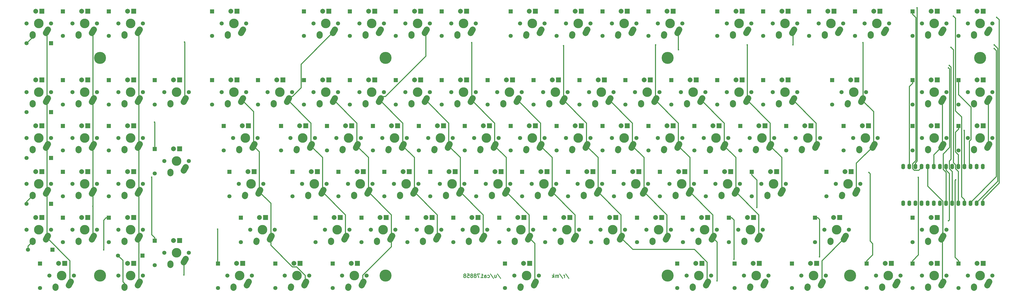
<source format=gbl>
G04 #@! TF.FileFunction,Copper,L2,Bot,Signal*
%FSLAX46Y46*%
G04 Gerber Fmt 4.6, Leading zero omitted, Abs format (unit mm)*
G04 Created by KiCad (PCBNEW 4.0.2-stable) date Tuesday, June 21, 2016 'PMt' 05:11:06 PM*
%MOMM*%
G01*
G04 APERTURE LIST*
%ADD10C,0.150000*%
%ADD11C,0.300000*%
%ADD12C,5.000000*%
%ADD13C,1.699260*%
%ADD14R,1.699260X1.699260*%
%ADD15C,3.987810*%
%ADD16C,1.701810*%
%ADD17C,2.500000*%
%ADD18R,2.000000X2.000000*%
%ADD19C,2.000000*%
%ADD20O,1.600000X2.300000*%
%ADD21C,0.609600*%
%ADD22C,0.381000*%
G04 APERTURE END LIST*
D10*
D11*
X256714286Y-132607143D02*
X258000000Y-134535714D01*
X256214285Y-134178571D02*
X256214285Y-133178571D01*
X256214285Y-133464286D02*
X256142857Y-133321429D01*
X256071428Y-133250000D01*
X255928571Y-133178571D01*
X255785714Y-133178571D01*
X254214286Y-132607143D02*
X255500000Y-134535714D01*
X253714285Y-134178571D02*
X253714285Y-133178571D01*
X253714285Y-133321429D02*
X253642857Y-133250000D01*
X253499999Y-133178571D01*
X253285714Y-133178571D01*
X253142857Y-133250000D01*
X253071428Y-133392857D01*
X253071428Y-134178571D01*
X253071428Y-133392857D02*
X252999999Y-133250000D01*
X252857142Y-133178571D01*
X252642857Y-133178571D01*
X252499999Y-133250000D01*
X252428571Y-133392857D01*
X252428571Y-134178571D01*
X251714285Y-134178571D02*
X251714285Y-132678571D01*
X251571428Y-133607143D02*
X251142857Y-134178571D01*
X251142857Y-133178571D02*
X251714285Y-133750000D01*
X228428571Y-132607143D02*
X229714285Y-134535714D01*
X227285713Y-133178571D02*
X227285713Y-134178571D01*
X227928570Y-133178571D02*
X227928570Y-133964286D01*
X227857142Y-134107143D01*
X227714284Y-134178571D01*
X227499999Y-134178571D01*
X227357142Y-134107143D01*
X227285713Y-134035714D01*
X225499999Y-132607143D02*
X226785713Y-134535714D01*
X224357141Y-134107143D02*
X224499998Y-134178571D01*
X224785712Y-134178571D01*
X224928570Y-134107143D01*
X224999998Y-134035714D01*
X225071427Y-133892857D01*
X225071427Y-133464286D01*
X224999998Y-133321429D01*
X224928570Y-133250000D01*
X224785712Y-133178571D01*
X224499998Y-133178571D01*
X224357141Y-133250000D01*
X223071427Y-134178571D02*
X223071427Y-133392857D01*
X223142856Y-133250000D01*
X223285713Y-133178571D01*
X223571427Y-133178571D01*
X223714284Y-133250000D01*
X223071427Y-134107143D02*
X223214284Y-134178571D01*
X223571427Y-134178571D01*
X223714284Y-134107143D01*
X223785713Y-133964286D01*
X223785713Y-133821429D01*
X223714284Y-133678571D01*
X223571427Y-133607143D01*
X223214284Y-133607143D01*
X223071427Y-133535714D01*
X221571427Y-134178571D02*
X222428570Y-134178571D01*
X221999998Y-134178571D02*
X221999998Y-132678571D01*
X222142855Y-132892857D01*
X222285713Y-133035714D01*
X222428570Y-133107143D01*
X221071427Y-132678571D02*
X220071427Y-132678571D01*
X220714284Y-134178571D01*
X219285713Y-133321429D02*
X219428571Y-133250000D01*
X219499999Y-133178571D01*
X219571428Y-133035714D01*
X219571428Y-132964286D01*
X219499999Y-132821429D01*
X219428571Y-132750000D01*
X219285713Y-132678571D01*
X218999999Y-132678571D01*
X218857142Y-132750000D01*
X218785713Y-132821429D01*
X218714285Y-132964286D01*
X218714285Y-133035714D01*
X218785713Y-133178571D01*
X218857142Y-133250000D01*
X218999999Y-133321429D01*
X219285713Y-133321429D01*
X219428571Y-133392857D01*
X219499999Y-133464286D01*
X219571428Y-133607143D01*
X219571428Y-133892857D01*
X219499999Y-134035714D01*
X219428571Y-134107143D01*
X219285713Y-134178571D01*
X218999999Y-134178571D01*
X218857142Y-134107143D01*
X218785713Y-134035714D01*
X218714285Y-133892857D01*
X218714285Y-133607143D01*
X218785713Y-133464286D01*
X218857142Y-133392857D01*
X218999999Y-133321429D01*
X217857142Y-133321429D02*
X218000000Y-133250000D01*
X218071428Y-133178571D01*
X218142857Y-133035714D01*
X218142857Y-132964286D01*
X218071428Y-132821429D01*
X218000000Y-132750000D01*
X217857142Y-132678571D01*
X217571428Y-132678571D01*
X217428571Y-132750000D01*
X217357142Y-132821429D01*
X217285714Y-132964286D01*
X217285714Y-133035714D01*
X217357142Y-133178571D01*
X217428571Y-133250000D01*
X217571428Y-133321429D01*
X217857142Y-133321429D01*
X218000000Y-133392857D01*
X218071428Y-133464286D01*
X218142857Y-133607143D01*
X218142857Y-133892857D01*
X218071428Y-134035714D01*
X218000000Y-134107143D01*
X217857142Y-134178571D01*
X217571428Y-134178571D01*
X217428571Y-134107143D01*
X217357142Y-134035714D01*
X217285714Y-133892857D01*
X217285714Y-133607143D01*
X217357142Y-133464286D01*
X217428571Y-133392857D01*
X217571428Y-133321429D01*
X215928571Y-132678571D02*
X216642857Y-132678571D01*
X216714286Y-133392857D01*
X216642857Y-133321429D01*
X216500000Y-133250000D01*
X216142857Y-133250000D01*
X216000000Y-133321429D01*
X215928571Y-133392857D01*
X215857143Y-133535714D01*
X215857143Y-133892857D01*
X215928571Y-134035714D01*
X216000000Y-134107143D01*
X216142857Y-134178571D01*
X216500000Y-134178571D01*
X216642857Y-134107143D01*
X216714286Y-134035714D01*
X215000000Y-133321429D02*
X215142858Y-133250000D01*
X215214286Y-133178571D01*
X215285715Y-133035714D01*
X215285715Y-132964286D01*
X215214286Y-132821429D01*
X215142858Y-132750000D01*
X215000000Y-132678571D01*
X214714286Y-132678571D01*
X214571429Y-132750000D01*
X214500000Y-132821429D01*
X214428572Y-132964286D01*
X214428572Y-133035714D01*
X214500000Y-133178571D01*
X214571429Y-133250000D01*
X214714286Y-133321429D01*
X215000000Y-133321429D01*
X215142858Y-133392857D01*
X215214286Y-133464286D01*
X215285715Y-133607143D01*
X215285715Y-133892857D01*
X215214286Y-134035714D01*
X215142858Y-134107143D01*
X215000000Y-134178571D01*
X214714286Y-134178571D01*
X214571429Y-134107143D01*
X214500000Y-134035714D01*
X214428572Y-133892857D01*
X214428572Y-133607143D01*
X214500000Y-133464286D01*
X214571429Y-133392857D01*
X214714286Y-133321429D01*
D12*
X374650000Y-133350000D03*
X299000000Y-133350000D03*
D13*
X286277540Y-119460520D03*
D14*
X286277540Y-109300520D03*
D12*
X428625000Y-42862500D03*
X299000000Y-42862500D03*
X182000000Y-133350000D03*
X182000000Y-42862500D03*
D13*
X419627540Y-138510520D03*
D14*
X419627540Y-128350520D03*
D15*
X428625000Y-133350000D03*
D16*
X433705000Y-133350000D03*
X423545000Y-133350000D03*
D17*
X431624547Y-137349954D02*
X432435453Y-135890046D01*
X426085276Y-138429328D02*
X426124724Y-137850672D01*
D18*
X429895000Y-128270000D03*
D19*
X427355000Y-128270000D03*
D13*
X400577540Y-138510520D03*
D14*
X400577540Y-128350520D03*
D15*
X409575000Y-133350000D03*
D16*
X414655000Y-133350000D03*
X404495000Y-133350000D03*
D17*
X412574547Y-137349954D02*
X413385453Y-135890046D01*
X407035276Y-138429328D02*
X407074724Y-137850672D01*
D18*
X410845000Y-128270000D03*
D19*
X408305000Y-128270000D03*
D13*
X381527540Y-138510520D03*
D14*
X381527540Y-128350520D03*
D15*
X390525000Y-133350000D03*
D16*
X395605000Y-133350000D03*
X385445000Y-133350000D03*
D17*
X393524547Y-137349954D02*
X394335453Y-135890046D01*
X387985276Y-138429328D02*
X388024724Y-137850672D01*
D18*
X391795000Y-128270000D03*
D19*
X389255000Y-128270000D03*
D13*
X350571290Y-138510520D03*
D14*
X350571290Y-128350520D03*
D15*
X359568750Y-133350000D03*
D16*
X364648750Y-133350000D03*
X354488750Y-133350000D03*
D17*
X362568297Y-137349954D02*
X363379203Y-135890046D01*
X357029026Y-138429328D02*
X357068474Y-137850672D01*
D18*
X360838750Y-128270000D03*
D19*
X358298750Y-128270000D03*
D13*
X326758790Y-138510520D03*
D14*
X326758790Y-128350520D03*
D15*
X335756250Y-133350000D03*
D16*
X340836250Y-133350000D03*
X330676250Y-133350000D03*
D17*
X338755797Y-137349954D02*
X339566703Y-135890046D01*
X333216526Y-138429328D02*
X333255974Y-137850672D01*
D18*
X337026250Y-128270000D03*
D19*
X334486250Y-128270000D03*
D13*
X303000000Y-138510520D03*
D14*
X303000000Y-128350520D03*
D15*
X311943750Y-133350000D03*
D16*
X317023750Y-133350000D03*
X306863750Y-133350000D03*
D17*
X314943297Y-137349954D02*
X315754203Y-135890046D01*
X309404026Y-138429328D02*
X309443474Y-137850672D01*
D18*
X313213750Y-128270000D03*
D19*
X310673750Y-128270000D03*
D13*
X231508790Y-138510520D03*
D14*
X231508790Y-128350520D03*
D15*
X240506250Y-133350000D03*
D16*
X245586250Y-133350000D03*
X235426250Y-133350000D03*
D17*
X243505797Y-137349954D02*
X244316703Y-135890046D01*
X237966526Y-138429328D02*
X238005974Y-137850672D01*
D18*
X241776250Y-128270000D03*
D19*
X239236250Y-128270000D03*
D13*
X160071290Y-138510520D03*
D14*
X160071290Y-128350520D03*
D15*
X169068750Y-133350000D03*
D16*
X174148750Y-133350000D03*
X163988750Y-133350000D03*
D17*
X172068297Y-137349954D02*
X172879203Y-135890046D01*
X166529026Y-138429328D02*
X166568474Y-137850672D01*
D18*
X170338750Y-128270000D03*
D19*
X167798750Y-128270000D03*
D13*
X136258790Y-138510520D03*
D14*
X136258790Y-128350520D03*
D15*
X145256250Y-133350000D03*
D16*
X150336250Y-133350000D03*
X140176250Y-133350000D03*
D17*
X148255797Y-137349954D02*
X149066703Y-135890046D01*
X142716526Y-138429328D02*
X142755974Y-137850672D01*
D18*
X146526250Y-128270000D03*
D19*
X143986250Y-128270000D03*
D13*
X112446290Y-138510520D03*
D14*
X112446290Y-128350520D03*
D15*
X121443750Y-133350000D03*
D16*
X126523750Y-133350000D03*
X116363750Y-133350000D03*
D17*
X124443297Y-137349954D02*
X125254203Y-135890046D01*
X118904026Y-138429328D02*
X118943474Y-137850672D01*
D18*
X122713750Y-128270000D03*
D19*
X120173750Y-128270000D03*
D13*
X71000000Y-125000000D03*
D14*
X81160000Y-125000000D03*
D15*
X76200000Y-133350000D03*
D16*
X81280000Y-133350000D03*
X71120000Y-133350000D03*
D17*
X79199547Y-137349954D02*
X80010453Y-135890046D01*
X73660276Y-138429328D02*
X73699724Y-137850672D01*
D18*
X77470000Y-128270000D03*
D19*
X74930000Y-128270000D03*
D13*
X38627540Y-138510520D03*
D14*
X38627540Y-128350520D03*
D15*
X47625000Y-133350000D03*
D16*
X52705000Y-133350000D03*
X42545000Y-133350000D03*
D17*
X50624547Y-137349954D02*
X51435453Y-135890046D01*
X45085276Y-138429328D02*
X45124724Y-137850672D01*
D18*
X48895000Y-128270000D03*
D19*
X46355000Y-128270000D03*
D13*
X400577540Y-119460520D03*
D14*
X400577540Y-109300520D03*
D15*
X409575000Y-114300000D03*
D16*
X414655000Y-114300000D03*
X404495000Y-114300000D03*
D17*
X412574547Y-118299954D02*
X413385453Y-116840046D01*
X407035276Y-119379328D02*
X407074724Y-118800672D01*
D18*
X410845000Y-109220000D03*
D19*
X408305000Y-109220000D03*
D13*
X360096290Y-119460520D03*
D14*
X360096290Y-109300520D03*
D15*
X369093750Y-114300000D03*
D16*
X374173750Y-114300000D03*
X364013750Y-114300000D03*
D17*
X372093297Y-118299954D02*
X372904203Y-116840046D01*
X366554026Y-119379328D02*
X366593474Y-118800672D01*
D18*
X370363750Y-109220000D03*
D19*
X367823750Y-109220000D03*
D13*
X324377540Y-119460520D03*
D14*
X324377540Y-109300520D03*
D15*
X333375000Y-114300000D03*
D16*
X338455000Y-114300000D03*
X328295000Y-114300000D03*
D17*
X336374547Y-118299954D02*
X337185453Y-116840046D01*
X330835276Y-119379328D02*
X330874724Y-118800672D01*
D18*
X334645000Y-109220000D03*
D19*
X332105000Y-109220000D03*
D13*
X305327540Y-119460520D03*
D14*
X305327540Y-109300520D03*
D15*
X314325000Y-114300000D03*
D16*
X319405000Y-114300000D03*
X309245000Y-114300000D03*
D17*
X317324547Y-118299954D02*
X318135453Y-116840046D01*
X311785276Y-119379328D02*
X311824724Y-118800672D01*
D18*
X315595000Y-109220000D03*
D19*
X313055000Y-109220000D03*
D15*
X295275000Y-114300000D03*
D16*
X300355000Y-114300000D03*
X290195000Y-114300000D03*
D17*
X298274547Y-118299954D02*
X299085453Y-116840046D01*
X292735276Y-119379328D02*
X292774724Y-118800672D01*
D18*
X296545000Y-109220000D03*
D19*
X294005000Y-109220000D03*
D13*
X267227540Y-119460520D03*
D14*
X267227540Y-109300520D03*
D15*
X276225000Y-114300000D03*
D16*
X281305000Y-114300000D03*
X271145000Y-114300000D03*
D17*
X279224547Y-118299954D02*
X280035453Y-116840046D01*
X273685276Y-119379328D02*
X273724724Y-118800672D01*
D18*
X277495000Y-109220000D03*
D19*
X274955000Y-109220000D03*
D13*
X248177540Y-119460520D03*
D14*
X248177540Y-109300520D03*
D15*
X257175000Y-114300000D03*
D16*
X262255000Y-114300000D03*
X252095000Y-114300000D03*
D17*
X260174547Y-118299954D02*
X260985453Y-116840046D01*
X254635276Y-119379328D02*
X254674724Y-118800672D01*
D18*
X258445000Y-109220000D03*
D19*
X255905000Y-109220000D03*
D13*
X229127540Y-119460520D03*
D14*
X229127540Y-109300520D03*
D15*
X238125000Y-114300000D03*
D16*
X243205000Y-114300000D03*
X233045000Y-114300000D03*
D17*
X241124547Y-118299954D02*
X241935453Y-116840046D01*
X235585276Y-119379328D02*
X235624724Y-118800672D01*
D18*
X239395000Y-109220000D03*
D19*
X236855000Y-109220000D03*
D13*
X210077540Y-119460520D03*
D14*
X210077540Y-109300520D03*
D15*
X219075000Y-114300000D03*
D16*
X224155000Y-114300000D03*
X213995000Y-114300000D03*
D17*
X222074547Y-118299954D02*
X222885453Y-116840046D01*
X216535276Y-119379328D02*
X216574724Y-118800672D01*
D18*
X220345000Y-109220000D03*
D19*
X217805000Y-109220000D03*
D13*
X191027540Y-119460520D03*
D14*
X191027540Y-109300520D03*
D15*
X200025000Y-114300000D03*
D16*
X205105000Y-114300000D03*
X194945000Y-114300000D03*
D17*
X203024547Y-118299954D02*
X203835453Y-116840046D01*
X197485276Y-119379328D02*
X197524724Y-118800672D01*
D18*
X201295000Y-109220000D03*
D19*
X198755000Y-109220000D03*
D13*
X171977540Y-119460520D03*
D14*
X171977540Y-109300520D03*
D15*
X180975000Y-114300000D03*
D16*
X186055000Y-114300000D03*
X175895000Y-114300000D03*
D17*
X183974547Y-118299954D02*
X184785453Y-116840046D01*
X178435276Y-119379328D02*
X178474724Y-118800672D01*
D18*
X182245000Y-109220000D03*
D19*
X179705000Y-109220000D03*
D13*
X152927540Y-119460520D03*
D14*
X152927540Y-109300520D03*
D15*
X161925000Y-114300000D03*
D16*
X167005000Y-114300000D03*
X156845000Y-114300000D03*
D17*
X164924547Y-118299954D02*
X165735453Y-116840046D01*
X159385276Y-119379328D02*
X159424724Y-118800672D01*
D18*
X163195000Y-109220000D03*
D19*
X160655000Y-109220000D03*
D13*
X121971290Y-119460520D03*
D14*
X121971290Y-109300520D03*
D15*
X130968750Y-114300000D03*
D16*
X136048750Y-114300000D03*
X125888750Y-114300000D03*
D17*
X133968297Y-118299954D02*
X134779203Y-116840046D01*
X128429026Y-119379328D02*
X128468474Y-118800672D01*
D18*
X132238750Y-109220000D03*
D19*
X129698750Y-109220000D03*
D13*
X86252540Y-128985520D03*
D14*
X86252540Y-118825520D03*
D15*
X95250000Y-123825000D03*
D16*
X100330000Y-123825000D03*
X90170000Y-123825000D03*
D17*
X98249547Y-127824954D02*
X99060453Y-126365046D01*
X92710276Y-128904328D02*
X92749724Y-128325672D01*
D18*
X96520000Y-118745000D03*
D19*
X93980000Y-118745000D03*
D13*
X67202540Y-119460520D03*
D14*
X67202540Y-109300520D03*
D15*
X76200000Y-114300000D03*
D16*
X81280000Y-114300000D03*
X71120000Y-114300000D03*
D17*
X79199547Y-118299954D02*
X80010453Y-116840046D01*
X73660276Y-119379328D02*
X73699724Y-118800672D01*
D18*
X77470000Y-109220000D03*
D19*
X74930000Y-109220000D03*
D13*
X48152540Y-119460520D03*
D14*
X48152540Y-109300520D03*
D15*
X57150000Y-114300000D03*
D16*
X62230000Y-114300000D03*
X52070000Y-114300000D03*
D17*
X60149547Y-118299954D02*
X60960453Y-116840046D01*
X54610276Y-119379328D02*
X54649724Y-118800672D01*
D18*
X58420000Y-109220000D03*
D19*
X55880000Y-109220000D03*
D13*
X33655000Y-122555000D03*
D14*
X43815000Y-122555000D03*
D15*
X38100000Y-114300000D03*
D16*
X43180000Y-114300000D03*
X33020000Y-114300000D03*
D17*
X41099547Y-118299954D02*
X41910453Y-116840046D01*
X35560276Y-119379328D02*
X35599724Y-118800672D01*
D18*
X39370000Y-109220000D03*
D19*
X36830000Y-109220000D03*
D13*
X364858790Y-100410520D03*
D14*
X364858790Y-90250520D03*
D15*
X373856250Y-95250000D03*
D16*
X378936250Y-95250000D03*
X368776250Y-95250000D03*
D17*
X376855797Y-99249954D02*
X377666703Y-97790046D01*
X371316526Y-100329328D02*
X371355974Y-99750672D01*
D18*
X375126250Y-90170000D03*
D19*
X372586250Y-90170000D03*
D13*
X333902540Y-100410520D03*
D14*
X333902540Y-90250520D03*
D15*
X342900000Y-95250000D03*
D16*
X347980000Y-95250000D03*
X337820000Y-95250000D03*
D17*
X345899547Y-99249954D02*
X346710453Y-97790046D01*
X340360276Y-100329328D02*
X340399724Y-99750672D01*
D18*
X344170000Y-90170000D03*
D19*
X341630000Y-90170000D03*
D13*
X314852540Y-100410520D03*
D14*
X314852540Y-90250520D03*
D15*
X323850000Y-95250000D03*
D16*
X328930000Y-95250000D03*
X318770000Y-95250000D03*
D17*
X326849547Y-99249954D02*
X327660453Y-97790046D01*
X321310276Y-100329328D02*
X321349724Y-99750672D01*
D18*
X325120000Y-90170000D03*
D19*
X322580000Y-90170000D03*
D13*
X295802540Y-100410520D03*
D14*
X295802540Y-90250520D03*
D15*
X304800000Y-95250000D03*
D16*
X309880000Y-95250000D03*
X299720000Y-95250000D03*
D17*
X307799547Y-99249954D02*
X308610453Y-97790046D01*
X302260276Y-100329328D02*
X302299724Y-99750672D01*
D18*
X306070000Y-90170000D03*
D19*
X303530000Y-90170000D03*
D13*
X276752540Y-100410520D03*
D14*
X276752540Y-90250520D03*
D15*
X285750000Y-95250000D03*
D16*
X290830000Y-95250000D03*
X280670000Y-95250000D03*
D17*
X288749547Y-99249954D02*
X289560453Y-97790046D01*
X283210276Y-100329328D02*
X283249724Y-99750672D01*
D18*
X287020000Y-90170000D03*
D19*
X284480000Y-90170000D03*
D13*
X257702540Y-100410520D03*
D14*
X257702540Y-90250520D03*
D15*
X266700000Y-95250000D03*
D16*
X271780000Y-95250000D03*
X261620000Y-95250000D03*
D17*
X269699547Y-99249954D02*
X270510453Y-97790046D01*
X264160276Y-100329328D02*
X264199724Y-99750672D01*
D18*
X267970000Y-90170000D03*
D19*
X265430000Y-90170000D03*
D13*
X238652540Y-100410520D03*
D14*
X238652540Y-90250520D03*
D15*
X247650000Y-95250000D03*
D16*
X252730000Y-95250000D03*
X242570000Y-95250000D03*
D17*
X250649547Y-99249954D02*
X251460453Y-97790046D01*
X245110276Y-100329328D02*
X245149724Y-99750672D01*
D18*
X248920000Y-90170000D03*
D19*
X246380000Y-90170000D03*
D13*
X219602540Y-100410520D03*
D14*
X219602540Y-90250520D03*
D15*
X228600000Y-95250000D03*
D16*
X233680000Y-95250000D03*
X223520000Y-95250000D03*
D17*
X231599547Y-99249954D02*
X232410453Y-97790046D01*
X226060276Y-100329328D02*
X226099724Y-99750672D01*
D18*
X229870000Y-90170000D03*
D19*
X227330000Y-90170000D03*
D13*
X200552540Y-100410520D03*
D14*
X200552540Y-90250520D03*
D15*
X209550000Y-95250000D03*
D16*
X214630000Y-95250000D03*
X204470000Y-95250000D03*
D17*
X212549547Y-99249954D02*
X213360453Y-97790046D01*
X207010276Y-100329328D02*
X207049724Y-99750672D01*
D18*
X210820000Y-90170000D03*
D19*
X208280000Y-90170000D03*
D13*
X181502540Y-100410520D03*
D14*
X181502540Y-90250520D03*
D15*
X190500000Y-95250000D03*
D16*
X195580000Y-95250000D03*
X185420000Y-95250000D03*
D17*
X193499547Y-99249954D02*
X194310453Y-97790046D01*
X187960276Y-100329328D02*
X187999724Y-99750672D01*
D18*
X191770000Y-90170000D03*
D19*
X189230000Y-90170000D03*
D13*
X162452540Y-100410520D03*
D14*
X162452540Y-90250520D03*
D15*
X171450000Y-95250000D03*
D16*
X176530000Y-95250000D03*
X166370000Y-95250000D03*
D17*
X174449547Y-99249954D02*
X175260453Y-97790046D01*
X168910276Y-100329328D02*
X168949724Y-99750672D01*
D18*
X172720000Y-90170000D03*
D19*
X170180000Y-90170000D03*
D13*
X143402540Y-100410520D03*
D14*
X143402540Y-90250520D03*
D15*
X152400000Y-95250000D03*
D16*
X157480000Y-95250000D03*
X147320000Y-95250000D03*
D17*
X155399547Y-99249954D02*
X156210453Y-97790046D01*
X149860276Y-100329328D02*
X149899724Y-99750672D01*
D18*
X153670000Y-90170000D03*
D19*
X151130000Y-90170000D03*
D13*
X117208790Y-100410520D03*
D14*
X117208790Y-90250520D03*
D15*
X126206250Y-95250000D03*
D16*
X131286250Y-95250000D03*
X121126250Y-95250000D03*
D17*
X129205797Y-99249954D02*
X130016703Y-97790046D01*
X123666526Y-100329328D02*
X123705974Y-99750672D01*
D18*
X127476250Y-90170000D03*
D19*
X124936250Y-90170000D03*
D13*
X67202540Y-100410520D03*
D14*
X67202540Y-90250520D03*
D15*
X76200000Y-95250000D03*
D16*
X81280000Y-95250000D03*
X71120000Y-95250000D03*
D17*
X79199547Y-99249954D02*
X80010453Y-97790046D01*
X73660276Y-100329328D02*
X73699724Y-99750672D01*
D18*
X77470000Y-90170000D03*
D19*
X74930000Y-90170000D03*
D13*
X48152540Y-100410520D03*
D14*
X48152540Y-90250520D03*
D15*
X57150000Y-95250000D03*
D16*
X62230000Y-95250000D03*
X52070000Y-95250000D03*
D17*
X60149547Y-99249954D02*
X60960453Y-97790046D01*
X54610276Y-100329328D02*
X54649724Y-99750672D01*
D18*
X58420000Y-90170000D03*
D19*
X55880000Y-90170000D03*
D13*
X33020000Y-103505000D03*
D14*
X43180000Y-103505000D03*
D15*
X38100000Y-95250000D03*
D16*
X43180000Y-95250000D03*
X33020000Y-95250000D03*
D17*
X41099547Y-99249954D02*
X41910453Y-97790046D01*
X35560276Y-100329328D02*
X35599724Y-99750672D01*
D18*
X39370000Y-90170000D03*
D19*
X36830000Y-90170000D03*
D13*
X419627540Y-81360520D03*
D14*
X419627540Y-71200520D03*
D15*
X428625000Y-76200000D03*
D16*
X433705000Y-76200000D03*
X423545000Y-76200000D03*
D17*
X431624547Y-80199954D02*
X432435453Y-78740046D01*
X426085276Y-81279328D02*
X426124724Y-80700672D01*
D18*
X429895000Y-71120000D03*
D19*
X427355000Y-71120000D03*
D13*
X400577540Y-81360520D03*
D14*
X400577540Y-71200520D03*
D15*
X409575000Y-76200000D03*
D16*
X414655000Y-76200000D03*
X404495000Y-76200000D03*
D17*
X412574547Y-80199954D02*
X413385453Y-78740046D01*
X407035276Y-81279328D02*
X407074724Y-80700672D01*
D18*
X410845000Y-71120000D03*
D19*
X408305000Y-71120000D03*
D13*
X372002540Y-81360520D03*
D14*
X372002540Y-71200520D03*
D15*
X381000000Y-76200000D03*
D16*
X386080000Y-76200000D03*
X375920000Y-76200000D03*
D17*
X383999547Y-80199954D02*
X384810453Y-78740046D01*
X378460276Y-81279328D02*
X378499724Y-80700672D01*
D18*
X382270000Y-71120000D03*
D19*
X379730000Y-71120000D03*
D13*
X348190040Y-81360520D03*
D14*
X348190040Y-71200520D03*
D15*
X357187500Y-76200000D03*
D16*
X362267500Y-76200000D03*
X352107500Y-76200000D03*
D17*
X360187047Y-80199954D02*
X360997953Y-78740046D01*
X354647776Y-81279328D02*
X354687224Y-80700672D01*
D18*
X358457500Y-71120000D03*
D19*
X355917500Y-71120000D03*
D13*
X329140040Y-81360520D03*
D14*
X329140040Y-71200520D03*
D15*
X338137500Y-76200000D03*
D16*
X343217500Y-76200000D03*
X333057500Y-76200000D03*
D17*
X341137047Y-80199954D02*
X341947953Y-78740046D01*
X335597776Y-81279328D02*
X335637224Y-80700672D01*
D18*
X339407500Y-71120000D03*
D19*
X336867500Y-71120000D03*
D13*
X310090040Y-81360520D03*
D14*
X310090040Y-71200520D03*
D15*
X319087500Y-76200000D03*
D16*
X324167500Y-76200000D03*
X314007500Y-76200000D03*
D17*
X322087047Y-80199954D02*
X322897953Y-78740046D01*
X316547776Y-81279328D02*
X316587224Y-80700672D01*
D18*
X320357500Y-71120000D03*
D19*
X317817500Y-71120000D03*
D13*
X291040040Y-81360520D03*
D14*
X291040040Y-71200520D03*
D15*
X300037500Y-76200000D03*
D16*
X305117500Y-76200000D03*
X294957500Y-76200000D03*
D17*
X303037047Y-80199954D02*
X303847953Y-78740046D01*
X297497776Y-81279328D02*
X297537224Y-80700672D01*
D18*
X301307500Y-71120000D03*
D19*
X298767500Y-71120000D03*
D13*
X271990040Y-81360520D03*
D14*
X271990040Y-71200520D03*
D15*
X280987500Y-76200000D03*
D16*
X286067500Y-76200000D03*
X275907500Y-76200000D03*
D17*
X283987047Y-80199954D02*
X284797953Y-78740046D01*
X278447776Y-81279328D02*
X278487224Y-80700672D01*
D18*
X282257500Y-71120000D03*
D19*
X279717500Y-71120000D03*
D13*
X252940040Y-81360520D03*
D14*
X252940040Y-71200520D03*
D15*
X261937500Y-76200000D03*
D16*
X267017500Y-76200000D03*
X256857500Y-76200000D03*
D17*
X264937047Y-80199954D02*
X265747953Y-78740046D01*
X259397776Y-81279328D02*
X259437224Y-80700672D01*
D18*
X263207500Y-71120000D03*
D19*
X260667500Y-71120000D03*
D13*
X233890040Y-81360520D03*
D14*
X233890040Y-71200520D03*
D15*
X242887500Y-76200000D03*
D16*
X247967500Y-76200000D03*
X237807500Y-76200000D03*
D17*
X245887047Y-80199954D02*
X246697953Y-78740046D01*
X240347776Y-81279328D02*
X240387224Y-80700672D01*
D18*
X244157500Y-71120000D03*
D19*
X241617500Y-71120000D03*
D13*
X214840040Y-81360520D03*
D14*
X214840040Y-71200520D03*
D15*
X223837500Y-76200000D03*
D16*
X228917500Y-76200000D03*
X218757500Y-76200000D03*
D17*
X226837047Y-80199954D02*
X227647953Y-78740046D01*
X221297776Y-81279328D02*
X221337224Y-80700672D01*
D18*
X225107500Y-71120000D03*
D19*
X222567500Y-71120000D03*
D13*
X195790040Y-81360520D03*
D14*
X195790040Y-71200520D03*
D15*
X204787500Y-76200000D03*
D16*
X209867500Y-76200000D03*
X199707500Y-76200000D03*
D17*
X207787047Y-80199954D02*
X208597953Y-78740046D01*
X202247776Y-81279328D02*
X202287224Y-80700672D01*
D18*
X206057500Y-71120000D03*
D19*
X203517500Y-71120000D03*
D13*
X176740040Y-81360520D03*
D14*
X176740040Y-71200520D03*
D15*
X185737500Y-76200000D03*
D16*
X190817500Y-76200000D03*
X180657500Y-76200000D03*
D17*
X188737047Y-80199954D02*
X189547953Y-78740046D01*
X183197776Y-81279328D02*
X183237224Y-80700672D01*
D18*
X187007500Y-71120000D03*
D19*
X184467500Y-71120000D03*
D13*
X157690040Y-81360520D03*
D14*
X157690040Y-71200520D03*
D15*
X166687500Y-76200000D03*
D16*
X171767500Y-76200000D03*
X161607500Y-76200000D03*
D17*
X169687047Y-80199954D02*
X170497953Y-78740046D01*
X164147776Y-81279328D02*
X164187224Y-80700672D01*
D18*
X167957500Y-71120000D03*
D19*
X165417500Y-71120000D03*
D13*
X138640040Y-81360520D03*
D14*
X138640040Y-71200520D03*
D15*
X147637500Y-76200000D03*
D16*
X152717500Y-76200000D03*
X142557500Y-76200000D03*
D17*
X150637047Y-80199954D02*
X151447953Y-78740046D01*
X145097776Y-81279328D02*
X145137224Y-80700672D01*
D18*
X148907500Y-71120000D03*
D19*
X146367500Y-71120000D03*
D13*
X114827540Y-81360520D03*
D14*
X114827540Y-71200520D03*
D15*
X123825000Y-76200000D03*
D16*
X128905000Y-76200000D03*
X118745000Y-76200000D03*
D17*
X126824547Y-80199954D02*
X127635453Y-78740046D01*
X121285276Y-81279328D02*
X121324724Y-80700672D01*
D18*
X125095000Y-71120000D03*
D19*
X122555000Y-71120000D03*
D13*
X86252540Y-90885520D03*
D14*
X86252540Y-80725520D03*
D15*
X95250000Y-85725000D03*
D16*
X100330000Y-85725000D03*
X90170000Y-85725000D03*
D17*
X98249547Y-89724954D02*
X99060453Y-88265046D01*
X92710276Y-90804328D02*
X92749724Y-90225672D01*
D18*
X96520000Y-80645000D03*
D19*
X93980000Y-80645000D03*
D13*
X67202540Y-81360520D03*
D14*
X67202540Y-71200520D03*
D15*
X76200000Y-76200000D03*
D16*
X81280000Y-76200000D03*
X71120000Y-76200000D03*
D17*
X79199547Y-80199954D02*
X80010453Y-78740046D01*
X73660276Y-81279328D02*
X73699724Y-80700672D01*
D18*
X77470000Y-71120000D03*
D19*
X74930000Y-71120000D03*
D13*
X48152540Y-81360520D03*
D14*
X48152540Y-71200520D03*
D15*
X57150000Y-76200000D03*
D16*
X62230000Y-76200000D03*
X52070000Y-76200000D03*
D17*
X60149547Y-80199954D02*
X60960453Y-78740046D01*
X54610276Y-81279328D02*
X54649724Y-80700672D01*
D18*
X58420000Y-71120000D03*
D19*
X55880000Y-71120000D03*
D13*
X33020000Y-84455000D03*
D14*
X43180000Y-84455000D03*
D15*
X38100000Y-76200000D03*
D16*
X43180000Y-76200000D03*
X33020000Y-76200000D03*
D17*
X41099547Y-80199954D02*
X41910453Y-78740046D01*
X35560276Y-81279328D02*
X35599724Y-80700672D01*
D18*
X39370000Y-71120000D03*
D19*
X36830000Y-71120000D03*
D13*
X419627540Y-62310520D03*
D14*
X419627540Y-52150520D03*
D15*
X428625000Y-57150000D03*
D16*
X433705000Y-57150000D03*
X423545000Y-57150000D03*
D17*
X431624547Y-61149954D02*
X432435453Y-59690046D01*
X426085276Y-62229328D02*
X426124724Y-61650672D01*
D18*
X429895000Y-52070000D03*
D19*
X427355000Y-52070000D03*
D13*
X400577540Y-62310520D03*
D14*
X400577540Y-52150520D03*
D15*
X409575000Y-57150000D03*
D16*
X414655000Y-57150000D03*
X404495000Y-57150000D03*
D17*
X412574547Y-61149954D02*
X413385453Y-59690046D01*
X407035276Y-62229328D02*
X407074724Y-61650672D01*
D18*
X410845000Y-52070000D03*
D19*
X408305000Y-52070000D03*
D13*
X367240040Y-62310520D03*
D14*
X367240040Y-52150520D03*
D15*
X376237500Y-57150000D03*
D16*
X381317500Y-57150000D03*
X371157500Y-57150000D03*
D17*
X379237047Y-61149954D02*
X380047953Y-59690046D01*
X373697776Y-62229328D02*
X373737224Y-61650672D01*
D18*
X377507500Y-52070000D03*
D19*
X374967500Y-52070000D03*
D13*
X338665040Y-62310520D03*
D14*
X338665040Y-52150520D03*
D15*
X347662500Y-57150000D03*
D16*
X352742500Y-57150000D03*
X342582500Y-57150000D03*
D17*
X350662047Y-61149954D02*
X351472953Y-59690046D01*
X345122776Y-62229328D02*
X345162224Y-61650672D01*
D18*
X348932500Y-52070000D03*
D19*
X346392500Y-52070000D03*
D13*
X319615040Y-62310520D03*
D14*
X319615040Y-52150520D03*
D15*
X328612500Y-57150000D03*
D16*
X333692500Y-57150000D03*
X323532500Y-57150000D03*
D17*
X331612047Y-61149954D02*
X332422953Y-59690046D01*
X326072776Y-62229328D02*
X326112224Y-61650672D01*
D18*
X329882500Y-52070000D03*
D19*
X327342500Y-52070000D03*
D13*
X300565040Y-62310520D03*
D14*
X300565040Y-52150520D03*
D15*
X309562500Y-57150000D03*
D16*
X314642500Y-57150000D03*
X304482500Y-57150000D03*
D17*
X312562047Y-61149954D02*
X313372953Y-59690046D01*
X307022776Y-62229328D02*
X307062224Y-61650672D01*
D18*
X310832500Y-52070000D03*
D19*
X308292500Y-52070000D03*
D13*
X281515040Y-62310520D03*
D14*
X281515040Y-52150520D03*
D15*
X290512500Y-57150000D03*
D16*
X295592500Y-57150000D03*
X285432500Y-57150000D03*
D17*
X293512047Y-61149954D02*
X294322953Y-59690046D01*
X287972776Y-62229328D02*
X288012224Y-61650672D01*
D18*
X291782500Y-52070000D03*
D19*
X289242500Y-52070000D03*
D13*
X262465040Y-62310520D03*
D14*
X262465040Y-52150520D03*
D15*
X271462500Y-57150000D03*
D16*
X276542500Y-57150000D03*
X266382500Y-57150000D03*
D17*
X274462047Y-61149954D02*
X275272953Y-59690046D01*
X268922776Y-62229328D02*
X268962224Y-61650672D01*
D18*
X272732500Y-52070000D03*
D19*
X270192500Y-52070000D03*
D13*
X243415040Y-62310520D03*
D14*
X243415040Y-52150520D03*
D15*
X252412500Y-57150000D03*
D16*
X257492500Y-57150000D03*
X247332500Y-57150000D03*
D17*
X255412047Y-61149954D02*
X256222953Y-59690046D01*
X249872776Y-62229328D02*
X249912224Y-61650672D01*
D18*
X253682500Y-52070000D03*
D19*
X251142500Y-52070000D03*
D13*
X224365040Y-62310520D03*
D14*
X224365040Y-52150520D03*
D15*
X233362500Y-57150000D03*
D16*
X238442500Y-57150000D03*
X228282500Y-57150000D03*
D17*
X236362047Y-61149954D02*
X237172953Y-59690046D01*
X230822776Y-62229328D02*
X230862224Y-61650672D01*
D18*
X234632500Y-52070000D03*
D19*
X232092500Y-52070000D03*
D13*
X205315040Y-62310520D03*
D14*
X205315040Y-52150520D03*
D15*
X214312500Y-57150000D03*
D16*
X219392500Y-57150000D03*
X209232500Y-57150000D03*
D17*
X217312047Y-61149954D02*
X218122953Y-59690046D01*
X211772776Y-62229328D02*
X211812224Y-61650672D01*
D18*
X215582500Y-52070000D03*
D19*
X213042500Y-52070000D03*
D13*
X186265040Y-62310520D03*
D14*
X186265040Y-52150520D03*
D15*
X195262500Y-57150000D03*
D16*
X200342500Y-57150000D03*
X190182500Y-57150000D03*
D17*
X198262047Y-61149954D02*
X199072953Y-59690046D01*
X192722776Y-62229328D02*
X192762224Y-61650672D01*
D18*
X196532500Y-52070000D03*
D19*
X193992500Y-52070000D03*
D13*
X167215040Y-62310520D03*
D14*
X167215040Y-52150520D03*
D15*
X176212500Y-57150000D03*
D16*
X181292500Y-57150000D03*
X171132500Y-57150000D03*
D17*
X179212047Y-61149954D02*
X180022953Y-59690046D01*
X173672776Y-62229328D02*
X173712224Y-61650672D01*
D18*
X177482500Y-52070000D03*
D19*
X174942500Y-52070000D03*
D13*
X148165040Y-62310520D03*
D14*
X148165040Y-52150520D03*
D15*
X157162500Y-57150000D03*
D16*
X162242500Y-57150000D03*
X152082500Y-57150000D03*
D17*
X160162047Y-61149954D02*
X160972953Y-59690046D01*
X154622776Y-62229328D02*
X154662224Y-61650672D01*
D18*
X158432500Y-52070000D03*
D19*
X155892500Y-52070000D03*
D13*
X129115040Y-62310520D03*
D14*
X129115040Y-52150520D03*
D15*
X138112500Y-57150000D03*
D16*
X143192500Y-57150000D03*
X133032500Y-57150000D03*
D17*
X141112047Y-61149954D02*
X141922953Y-59690046D01*
X135572776Y-62229328D02*
X135612224Y-61650672D01*
D18*
X139382500Y-52070000D03*
D19*
X136842500Y-52070000D03*
D13*
X110065040Y-62310520D03*
D14*
X110065040Y-52150520D03*
D15*
X119062500Y-57150000D03*
D16*
X124142500Y-57150000D03*
X113982500Y-57150000D03*
D17*
X122062047Y-61149954D02*
X122872953Y-59690046D01*
X116522776Y-62229328D02*
X116562224Y-61650672D01*
D18*
X120332500Y-52070000D03*
D19*
X117792500Y-52070000D03*
D13*
X86252540Y-62310520D03*
D14*
X86252540Y-52150520D03*
D15*
X95250000Y-57150000D03*
D16*
X100330000Y-57150000D03*
X90170000Y-57150000D03*
D17*
X98249547Y-61149954D02*
X99060453Y-59690046D01*
X92710276Y-62229328D02*
X92749724Y-61650672D01*
D18*
X96520000Y-52070000D03*
D19*
X93980000Y-52070000D03*
D13*
X67202540Y-62310520D03*
D14*
X67202540Y-52150520D03*
D15*
X76200000Y-57150000D03*
D16*
X81280000Y-57150000D03*
X71120000Y-57150000D03*
D17*
X79199547Y-61149954D02*
X80010453Y-59690046D01*
X73660276Y-62229328D02*
X73699724Y-61650672D01*
D18*
X77470000Y-52070000D03*
D19*
X74930000Y-52070000D03*
D13*
X48152540Y-62310520D03*
D14*
X48152540Y-52150520D03*
D15*
X57150000Y-57150000D03*
D16*
X62230000Y-57150000D03*
X52070000Y-57150000D03*
D17*
X60149547Y-61149954D02*
X60960453Y-59690046D01*
X54610276Y-62229328D02*
X54649724Y-61650672D01*
D18*
X58420000Y-52070000D03*
D19*
X55880000Y-52070000D03*
D13*
X33020000Y-65405000D03*
D14*
X43180000Y-65405000D03*
D15*
X38100000Y-57150000D03*
D16*
X43180000Y-57150000D03*
X33020000Y-57150000D03*
D17*
X41099547Y-61149954D02*
X41910453Y-59690046D01*
X35560276Y-62229328D02*
X35599724Y-61650672D01*
D18*
X39370000Y-52070000D03*
D19*
X36830000Y-52070000D03*
D13*
X419627540Y-33735520D03*
D14*
X419627540Y-23575520D03*
D15*
X428625000Y-28575000D03*
D16*
X433705000Y-28575000D03*
X423545000Y-28575000D03*
D17*
X431624547Y-32574954D02*
X432435453Y-31115046D01*
X426085276Y-33654328D02*
X426124724Y-33075672D01*
D18*
X429895000Y-23495000D03*
D19*
X427355000Y-23495000D03*
D13*
X400577540Y-33735520D03*
D14*
X400577540Y-23575520D03*
D15*
X409575000Y-28575000D03*
D16*
X414655000Y-28575000D03*
X404495000Y-28575000D03*
D17*
X412574547Y-32574954D02*
X413385453Y-31115046D01*
X407035276Y-33654328D02*
X407074724Y-33075672D01*
D18*
X410845000Y-23495000D03*
D19*
X408305000Y-23495000D03*
D13*
X376765040Y-33735520D03*
D14*
X376765040Y-23575520D03*
D15*
X385762500Y-28575000D03*
D16*
X390842500Y-28575000D03*
X380682500Y-28575000D03*
D17*
X388762047Y-32574954D02*
X389572953Y-31115046D01*
X383222776Y-33654328D02*
X383262224Y-33075672D01*
D18*
X387032500Y-23495000D03*
D19*
X384492500Y-23495000D03*
D13*
X357715040Y-33735520D03*
D14*
X357715040Y-23575520D03*
D15*
X366712500Y-28575000D03*
D16*
X371792500Y-28575000D03*
X361632500Y-28575000D03*
D17*
X369712047Y-32574954D02*
X370522953Y-31115046D01*
X364172776Y-33654328D02*
X364212224Y-33075672D01*
D18*
X367982500Y-23495000D03*
D19*
X365442500Y-23495000D03*
D13*
X338665040Y-33735520D03*
D14*
X338665040Y-23575520D03*
D15*
X347662500Y-28575000D03*
D16*
X352742500Y-28575000D03*
X342582500Y-28575000D03*
D17*
X350662047Y-32574954D02*
X351472953Y-31115046D01*
X345122776Y-33654328D02*
X345162224Y-33075672D01*
D18*
X348932500Y-23495000D03*
D19*
X346392500Y-23495000D03*
D13*
X319615040Y-33735520D03*
D14*
X319615040Y-23575520D03*
D15*
X328612500Y-28575000D03*
D16*
X333692500Y-28575000D03*
X323532500Y-28575000D03*
D17*
X331612047Y-32574954D02*
X332422953Y-31115046D01*
X326072776Y-33654328D02*
X326112224Y-33075672D01*
D18*
X329882500Y-23495000D03*
D19*
X327342500Y-23495000D03*
D13*
X291040040Y-33735520D03*
D14*
X291040040Y-23575520D03*
D15*
X300037500Y-28575000D03*
D16*
X305117500Y-28575000D03*
X294957500Y-28575000D03*
D17*
X303037047Y-32574954D02*
X303847953Y-31115046D01*
X297497776Y-33654328D02*
X297537224Y-33075672D01*
D18*
X301307500Y-23495000D03*
D19*
X298767500Y-23495000D03*
D13*
X271990040Y-33735520D03*
D14*
X271990040Y-23575520D03*
D15*
X280987500Y-28575000D03*
D16*
X286067500Y-28575000D03*
X275907500Y-28575000D03*
D17*
X283987047Y-32574954D02*
X284797953Y-31115046D01*
X278447776Y-33654328D02*
X278487224Y-33075672D01*
D18*
X282257500Y-23495000D03*
D19*
X279717500Y-23495000D03*
D13*
X252940040Y-33735520D03*
D14*
X252940040Y-23575520D03*
D15*
X261937500Y-28575000D03*
D16*
X267017500Y-28575000D03*
X256857500Y-28575000D03*
D17*
X264937047Y-32574954D02*
X265747953Y-31115046D01*
X259397776Y-33654328D02*
X259437224Y-33075672D01*
D18*
X263207500Y-23495000D03*
D19*
X260667500Y-23495000D03*
D13*
X233890040Y-33735520D03*
D14*
X233890040Y-23575520D03*
D15*
X242887500Y-28575000D03*
D16*
X247967500Y-28575000D03*
X237807500Y-28575000D03*
D17*
X245887047Y-32574954D02*
X246697953Y-31115046D01*
X240347776Y-33654328D02*
X240387224Y-33075672D01*
D18*
X244157500Y-23495000D03*
D19*
X241617500Y-23495000D03*
D13*
X205315040Y-33735520D03*
D14*
X205315040Y-23575520D03*
D15*
X214312500Y-28575000D03*
D16*
X219392500Y-28575000D03*
X209232500Y-28575000D03*
D17*
X217312047Y-32574954D02*
X218122953Y-31115046D01*
X211772776Y-33654328D02*
X211812224Y-33075672D01*
D18*
X215582500Y-23495000D03*
D19*
X213042500Y-23495000D03*
D13*
X186265040Y-33735520D03*
D14*
X186265040Y-23575520D03*
D15*
X195262500Y-28575000D03*
D16*
X200342500Y-28575000D03*
X190182500Y-28575000D03*
D17*
X198262047Y-32574954D02*
X199072953Y-31115046D01*
X192722776Y-33654328D02*
X192762224Y-33075672D01*
D18*
X196532500Y-23495000D03*
D19*
X193992500Y-23495000D03*
D13*
X167215040Y-33735520D03*
D14*
X167215040Y-23575520D03*
D15*
X176212500Y-28575000D03*
D16*
X181292500Y-28575000D03*
X171132500Y-28575000D03*
D17*
X179212047Y-32574954D02*
X180022953Y-31115046D01*
X173672776Y-33654328D02*
X173712224Y-33075672D01*
D18*
X177482500Y-23495000D03*
D19*
X174942500Y-23495000D03*
D13*
X148165040Y-33735520D03*
D14*
X148165040Y-23575520D03*
D15*
X157162500Y-28575000D03*
D16*
X162242500Y-28575000D03*
X152082500Y-28575000D03*
D17*
X160162047Y-32574954D02*
X160972953Y-31115046D01*
X154622776Y-33654328D02*
X154662224Y-33075672D01*
D18*
X158432500Y-23495000D03*
D19*
X155892500Y-23495000D03*
D13*
X110065040Y-33735520D03*
D14*
X110065040Y-23575520D03*
D15*
X119062500Y-28575000D03*
D16*
X124142500Y-28575000D03*
X113982500Y-28575000D03*
D17*
X122062047Y-32574954D02*
X122872953Y-31115046D01*
X116522776Y-33654328D02*
X116562224Y-33075672D01*
D18*
X120332500Y-23495000D03*
D19*
X117792500Y-23495000D03*
D13*
X67202540Y-33735520D03*
D14*
X67202540Y-23575520D03*
D15*
X76200000Y-28575000D03*
D16*
X81280000Y-28575000D03*
X71120000Y-28575000D03*
D17*
X79199547Y-32574954D02*
X80010453Y-31115046D01*
X73660276Y-33654328D02*
X73699724Y-33075672D01*
D18*
X77470000Y-23495000D03*
D19*
X74930000Y-23495000D03*
D13*
X48152540Y-33735520D03*
D14*
X48152540Y-23575520D03*
D15*
X57150000Y-28575000D03*
D16*
X62230000Y-28575000D03*
X52070000Y-28575000D03*
D17*
X60149547Y-32574954D02*
X60960453Y-31115046D01*
X54610276Y-33654328D02*
X54649724Y-33075672D01*
D18*
X58420000Y-23495000D03*
D19*
X55880000Y-23495000D03*
D13*
X33020000Y-36830000D03*
D14*
X43180000Y-36830000D03*
D15*
X38100000Y-28575000D03*
D16*
X43180000Y-28575000D03*
X33020000Y-28575000D03*
D17*
X41099547Y-32574954D02*
X41910453Y-31115046D01*
X35560276Y-33654328D02*
X35599724Y-33075672D01*
D18*
X39370000Y-23495000D03*
D19*
X36830000Y-23495000D03*
D20*
X396680000Y-88000000D03*
X399220000Y-88000000D03*
X401760000Y-88000000D03*
X404300000Y-88000000D03*
X406840000Y-88000000D03*
X409380000Y-88000000D03*
X411920000Y-88000000D03*
X414460000Y-88000000D03*
X417000000Y-88000000D03*
X419540000Y-88000000D03*
X422080000Y-88000000D03*
X424620000Y-88000000D03*
X427160000Y-88000000D03*
X429700000Y-88000000D03*
X429700000Y-103240000D03*
X427160000Y-103240000D03*
X424620000Y-103240000D03*
X422080000Y-103240000D03*
X419540000Y-103240000D03*
X417000000Y-103240000D03*
X414460000Y-103240000D03*
X411920000Y-103240000D03*
X409380000Y-103240000D03*
X406840000Y-103240000D03*
X404300000Y-103240000D03*
X401760000Y-103240000D03*
X399220000Y-103240000D03*
X396680000Y-103240000D03*
D12*
X63500000Y-133350000D03*
X63500000Y-42862500D03*
D21*
X86106000Y-69596000D03*
X402500000Y-22101299D03*
X422000000Y-73000000D03*
X60555000Y-104500000D03*
X415801500Y-46000000D03*
X434500000Y-37500000D03*
X351000000Y-37500000D03*
X294000000Y-37500000D03*
X319500000Y-135500000D03*
X380000000Y-36500000D03*
X434500000Y-39000000D03*
X303500000Y-39500000D03*
X255778000Y-37846000D03*
X417500000Y-25500000D03*
X217678000Y-36576000D03*
X435500000Y-26000000D03*
X332000000Y-37500000D03*
X416500000Y-38500000D03*
X415500000Y-47000000D03*
X98298000Y-133096000D03*
X98552000Y-36322000D03*
X415500000Y-110500000D03*
X336000000Y-105000000D03*
X84948845Y-92445144D03*
X382500000Y-90500000D03*
X326500000Y-126500000D03*
X65024000Y-122682000D03*
X403000000Y-92500000D03*
X362000000Y-125500000D03*
X112268000Y-114046000D03*
X418500000Y-93500000D03*
D22*
X33020000Y-36830000D02*
X35580000Y-34270000D01*
X35580000Y-34270000D02*
X35580000Y-33365000D01*
X400577540Y-23575520D02*
X400577540Y-24806150D01*
X403106290Y-89543710D02*
X404300000Y-88350000D01*
X400577540Y-24806150D02*
X401915790Y-26144400D01*
X401915790Y-26144400D02*
X401915790Y-85487014D01*
X401915790Y-85487014D02*
X400566290Y-86836514D01*
X400566290Y-86836514D02*
X400566290Y-88844450D01*
X400566290Y-88844450D02*
X401265550Y-89543710D01*
X401265550Y-89543710D02*
X403106290Y-89543710D01*
X404300000Y-88350000D02*
X404300000Y-88000000D01*
X419540000Y-88000000D02*
X419540000Y-83113111D01*
X419540000Y-83113111D02*
X418384209Y-81957320D01*
X418384209Y-73674481D02*
X419627540Y-72431150D01*
X418384209Y-81957320D02*
X418384209Y-73674481D01*
X419627540Y-72431150D02*
X419627540Y-71200520D01*
X86252540Y-80725520D02*
X86252540Y-69742540D01*
X86252540Y-69742540D02*
X86106000Y-69596000D01*
X401760000Y-88000000D02*
X401760000Y-86469000D01*
X401760000Y-86469000D02*
X402500000Y-85729000D01*
X402500000Y-85729000D02*
X402500000Y-22101299D01*
X400577540Y-52150520D02*
X400577540Y-53381150D01*
X400577540Y-53381150D02*
X399220000Y-54738690D01*
X399220000Y-54738690D02*
X399220000Y-86469000D01*
X399220000Y-86469000D02*
X399220000Y-88000000D01*
X424620000Y-88000000D02*
X424620000Y-87650000D01*
X424620000Y-87650000D02*
X424142412Y-87172412D01*
X424142412Y-87172412D02*
X424142412Y-77444606D01*
X424142412Y-77444606D02*
X424789606Y-76797412D01*
X424789606Y-76797412D02*
X424789606Y-63257892D01*
X424789606Y-63257892D02*
X419627540Y-58095826D01*
X419627540Y-58095826D02*
X419627540Y-53381150D01*
X419627540Y-53381150D02*
X419627540Y-52150520D01*
X422000000Y-73000000D02*
X422000000Y-87920000D01*
X422000000Y-87920000D02*
X422080000Y-88000000D01*
X35580000Y-100040000D02*
X33020000Y-102600000D01*
X33020000Y-102600000D02*
X33020000Y-103505000D01*
X35580000Y-119090000D02*
X33655000Y-121015000D01*
X33655000Y-121015000D02*
X33655000Y-122555000D01*
X71000000Y-125000000D02*
X73000000Y-127000000D01*
X73000000Y-127000000D02*
X73000000Y-135825578D01*
X73000000Y-135825578D02*
X73680000Y-136505578D01*
X73680000Y-136505578D02*
X73680000Y-138140000D01*
X60555000Y-117570000D02*
X60555000Y-104500000D01*
X60555000Y-104500000D02*
X60555000Y-98520000D01*
X51030000Y-136620000D02*
X51030000Y-127095000D01*
X51030000Y-127095000D02*
X41505000Y-117570000D01*
X41505000Y-117570000D02*
X41505000Y-98520000D01*
X41505000Y-79470000D02*
X41505000Y-95417018D01*
X41505000Y-95417018D02*
X41505000Y-98520000D01*
X60555000Y-79470000D02*
X60555000Y-98520000D01*
X60555000Y-60420000D02*
X60555000Y-79470000D01*
X60555000Y-31845000D02*
X60555000Y-60420000D01*
X41505000Y-60420000D02*
X41505000Y-79470000D01*
X41505000Y-31845000D02*
X41505000Y-60420000D01*
X417000000Y-103240000D02*
X417000000Y-90038160D01*
X417000000Y-90038160D02*
X415806290Y-88844450D01*
X415806290Y-88844450D02*
X415806290Y-85693710D01*
X415806290Y-85693710D02*
X416500000Y-85000000D01*
X416500000Y-46698500D02*
X415801500Y-46000000D01*
X416500000Y-85000000D02*
X416500000Y-46698500D01*
X141517500Y-60420000D02*
X143021690Y-58915810D01*
X143021690Y-58915810D02*
X143268708Y-58915810D01*
X143268708Y-58915810D02*
X146921709Y-55262809D01*
X146921709Y-55262809D02*
X146921709Y-45490791D01*
X146921709Y-45490791D02*
X159063310Y-33349190D01*
X159063310Y-33349190D02*
X160567500Y-31845000D01*
X151042500Y-79470000D02*
X151042500Y-69945000D01*
X151042500Y-69945000D02*
X141517500Y-60420000D01*
X127230000Y-79470000D02*
X127230000Y-65182500D01*
X127230000Y-65182500D02*
X122467500Y-60420000D01*
X148661250Y-136620000D02*
X148661250Y-133221342D01*
X148661250Y-133221342D02*
X145103609Y-129663701D01*
X134373750Y-120720178D02*
X134373750Y-119579178D01*
X145103609Y-129663701D02*
X143317273Y-129663701D01*
X143317273Y-129663701D02*
X134373750Y-120720178D01*
X134373750Y-119579178D02*
X134373750Y-117570000D01*
X165330000Y-117570000D02*
X165330000Y-108045000D01*
X165330000Y-108045000D02*
X155805000Y-98520000D01*
X129611250Y-98520000D02*
X129611250Y-81851250D01*
X129611250Y-81851250D02*
X127230000Y-79470000D01*
X134373750Y-117570000D02*
X134373750Y-103282500D01*
X134373750Y-103282500D02*
X129611250Y-98520000D01*
X155805000Y-98520000D02*
X155805000Y-84232500D01*
X155805000Y-84232500D02*
X151042500Y-79470000D01*
X434500000Y-37500000D02*
X435915790Y-38915790D01*
X435915790Y-38915790D02*
X435915790Y-94134210D01*
X435915790Y-94134210D02*
X427160000Y-102890000D01*
X427160000Y-102890000D02*
X427160000Y-103240000D01*
X351000000Y-37500000D02*
X351000000Y-31912500D01*
X351000000Y-31912500D02*
X351067500Y-31845000D01*
X293917500Y-60420000D02*
X293917500Y-37582500D01*
X293917500Y-37582500D02*
X294000000Y-37500000D01*
X319500000Y-135500000D02*
X319500000Y-119340000D01*
X319500000Y-119340000D02*
X317730000Y-117570000D01*
X317730000Y-117570000D02*
X317730000Y-108045000D01*
X317730000Y-108045000D02*
X308205000Y-98520000D01*
X298680000Y-117570000D02*
X298680000Y-108045000D01*
X298680000Y-108045000D02*
X289155000Y-98520000D01*
X308205000Y-98520000D02*
X308205000Y-84232500D01*
X308205000Y-84232500D02*
X303442500Y-79470000D01*
X289155000Y-98520000D02*
X289155000Y-84232500D01*
X289155000Y-84232500D02*
X284392500Y-79470000D01*
X303442500Y-79470000D02*
X303442500Y-69945000D01*
X303442500Y-69945000D02*
X293917500Y-60420000D01*
X284392500Y-79470000D02*
X284392500Y-69945000D01*
X284392500Y-69945000D02*
X274867500Y-60420000D01*
X406840000Y-88000000D02*
X406840000Y-87650000D01*
X406840000Y-88000000D02*
X406840000Y-96121840D01*
X406840000Y-96121840D02*
X413113710Y-102395550D01*
X413113710Y-102395550D02*
X413113710Y-115427112D01*
X412980000Y-115560822D02*
X412980000Y-117570000D01*
X413113710Y-115427112D02*
X412980000Y-115560822D01*
X412980000Y-136620000D02*
X412980000Y-117570000D01*
X380000000Y-36500000D02*
X380000000Y-60062500D01*
X380000000Y-60062500D02*
X379642500Y-60420000D01*
X377261250Y-98520000D02*
X377261250Y-86613750D01*
X377261250Y-86613750D02*
X384405000Y-79470000D01*
X384405000Y-79470000D02*
X384405000Y-65182500D01*
X384405000Y-65182500D02*
X379642500Y-60420000D01*
X360592500Y-79470000D02*
X360592500Y-69945000D01*
X360592500Y-69945000D02*
X351067500Y-60420000D01*
X434500000Y-39000000D02*
X435331580Y-39831580D01*
X303442500Y-31845000D02*
X303442500Y-39442500D01*
X303442500Y-39442500D02*
X303500000Y-39500000D01*
X424620000Y-103240000D02*
X424620000Y-102890000D01*
X424620000Y-102890000D02*
X435331580Y-92178420D01*
X435331580Y-92178420D02*
X435331580Y-39831580D01*
X310080412Y-122428000D02*
X284488000Y-122428000D01*
X284488000Y-122428000D02*
X279630000Y-117570000D01*
X315348750Y-136620000D02*
X315348750Y-127696338D01*
X315348750Y-127696338D02*
X310080412Y-122428000D01*
X255778000Y-37846000D02*
X255778000Y-60380500D01*
X255778000Y-60380500D02*
X255817500Y-60420000D01*
X265342500Y-79470000D02*
X265342500Y-69945000D01*
X265342500Y-69945000D02*
X255817500Y-60420000D01*
X246292500Y-79470000D02*
X246292500Y-69945000D01*
X246292500Y-69945000D02*
X236767500Y-60420000D01*
X251055000Y-98520000D02*
X251055000Y-84232500D01*
X251055000Y-84232500D02*
X246292500Y-79470000D01*
X270105000Y-98520000D02*
X270105000Y-84232500D01*
X270105000Y-84232500D02*
X265342500Y-79470000D01*
X279630000Y-117570000D02*
X279630000Y-108045000D01*
X279630000Y-108045000D02*
X270105000Y-98520000D01*
X260580000Y-117570000D02*
X260580000Y-108045000D01*
X260580000Y-108045000D02*
X251055000Y-98520000D01*
X409380000Y-88000000D02*
X409380000Y-83070000D01*
X409380000Y-83070000D02*
X412980000Y-79470000D01*
X412980000Y-79470000D02*
X412980000Y-60420000D01*
X432030000Y-79470000D02*
X432030000Y-60420000D01*
X417500000Y-25500000D02*
X418384209Y-26384209D01*
X418384209Y-26384209D02*
X418384209Y-64884209D01*
X418384209Y-64884209D02*
X420886290Y-67386290D01*
X420886290Y-67386290D02*
X420886290Y-100515290D01*
X420886290Y-100515290D02*
X422080000Y-101709000D01*
X422080000Y-101709000D02*
X422080000Y-103240000D01*
X227242500Y-79470000D02*
X227242500Y-69945000D01*
X227242500Y-69945000D02*
X217717500Y-60420000D01*
X217678000Y-36576000D02*
X217678000Y-60380500D01*
X217678000Y-60380500D02*
X217717500Y-60420000D01*
X243911250Y-136620000D02*
X243911250Y-119951250D01*
X243911250Y-119951250D02*
X241530000Y-117570000D01*
X241530000Y-117570000D02*
X241530000Y-108045000D01*
X241530000Y-108045000D02*
X232005000Y-98520000D01*
X222480000Y-117570000D02*
X222480000Y-108045000D01*
X222480000Y-108045000D02*
X212955000Y-98520000D01*
X232005000Y-98520000D02*
X232005000Y-84232500D01*
X232005000Y-84232500D02*
X227242500Y-79470000D01*
X212955000Y-98520000D02*
X212955000Y-84232500D01*
X212955000Y-84232500D02*
X208192500Y-79470000D01*
X208192500Y-79470000D02*
X208192500Y-69945000D01*
X208192500Y-69945000D02*
X198667500Y-60420000D01*
X435500000Y-26000000D02*
X436500000Y-27000000D01*
X436500000Y-27000000D02*
X436500000Y-94909000D01*
X436500000Y-94909000D02*
X429700000Y-101709000D01*
X429700000Y-101709000D02*
X429700000Y-103240000D01*
X332000000Y-37500000D02*
X332000000Y-60402500D01*
X332000000Y-60402500D02*
X332017500Y-60420000D01*
X322492500Y-79470000D02*
X322492500Y-69945000D01*
X322492500Y-69945000D02*
X312967500Y-60420000D01*
X341542500Y-79470000D02*
X341542500Y-69945000D01*
X341542500Y-69945000D02*
X332017500Y-60420000D01*
X346305000Y-98520000D02*
X346305000Y-84232500D01*
X346305000Y-84232500D02*
X341542500Y-79470000D01*
X327255000Y-98520000D02*
X327255000Y-84232500D01*
X327255000Y-84232500D02*
X322492500Y-79470000D01*
X336780000Y-117570000D02*
X336780000Y-108045000D01*
X336780000Y-108045000D02*
X327255000Y-98520000D01*
X362973750Y-136620000D02*
X362973750Y-127095000D01*
X362973750Y-127095000D02*
X372498750Y-117570000D01*
X417500000Y-39500000D02*
X416500000Y-38500000D01*
X418346290Y-87282486D02*
X417500000Y-86436196D01*
X417500000Y-86436196D02*
X417500000Y-39500000D01*
X419540000Y-103240000D02*
X419540000Y-90038160D01*
X419540000Y-90038160D02*
X418346290Y-88844450D01*
X418346290Y-88844450D02*
X418346290Y-87282486D01*
X189142500Y-79470000D02*
X189142500Y-69945000D01*
X189142500Y-69945000D02*
X179617500Y-60420000D01*
X184380000Y-117570000D02*
X184380000Y-121276732D01*
X184380000Y-121276732D02*
X172473750Y-133182982D01*
X172473750Y-133182982D02*
X172473750Y-134610822D01*
X172473750Y-134610822D02*
X172473750Y-136620000D01*
X184380000Y-117570000D02*
X184380000Y-108045000D01*
X184380000Y-108045000D02*
X174855000Y-98520000D01*
X203430000Y-117570000D02*
X203430000Y-108045000D01*
X203430000Y-108045000D02*
X193905000Y-98520000D01*
X193905000Y-98520000D02*
X193905000Y-84232500D01*
X193905000Y-84232500D02*
X189142500Y-79470000D01*
X174855000Y-98520000D02*
X174855000Y-84232500D01*
X174855000Y-84232500D02*
X170092500Y-79470000D01*
X170092500Y-79470000D02*
X170092500Y-69945000D01*
X170092500Y-69945000D02*
X160567500Y-60420000D01*
X179617500Y-60420000D02*
X181121690Y-58915810D01*
X181121690Y-58915810D02*
X181907672Y-58915810D01*
X181907672Y-58915810D02*
X198667500Y-42155982D01*
X198667500Y-42155982D02*
X198667500Y-33854178D01*
X198667500Y-33854178D02*
X198667500Y-31845000D01*
X415500000Y-47000000D02*
X415915790Y-47415790D01*
X415915790Y-47415790D02*
X415915790Y-80084210D01*
X413266290Y-89163486D02*
X414460000Y-90357196D01*
X415915790Y-80084210D02*
X413266290Y-82733710D01*
X413266290Y-82733710D02*
X413266290Y-89163486D01*
X414460000Y-90357196D02*
X414460000Y-103240000D01*
X98298000Y-133096000D02*
X98298000Y-127452000D01*
X98298000Y-127452000D02*
X98655000Y-127095000D01*
X79605000Y-117570000D02*
X79605000Y-136620000D01*
X98655000Y-60420000D02*
X98655000Y-36425000D01*
X98655000Y-36425000D02*
X98552000Y-36322000D01*
X79605000Y-31845000D02*
X79605000Y-60420000D01*
X79605000Y-98520000D02*
X79605000Y-117570000D01*
X79605000Y-79470000D02*
X79605000Y-98520000D01*
X79605000Y-60420000D02*
X79605000Y-62429178D01*
X79605000Y-62429178D02*
X79605000Y-79470000D01*
X415500000Y-110500000D02*
X415804799Y-110195201D01*
X415804799Y-110195201D02*
X415804799Y-90875799D01*
X415804799Y-90875799D02*
X415653710Y-90724710D01*
X333902540Y-90250520D02*
X333902540Y-91481150D01*
X333902540Y-91481150D02*
X336000000Y-93578610D01*
X336000000Y-93578610D02*
X336000000Y-105000000D01*
X414460000Y-88000000D02*
X414460000Y-89531000D01*
X414460000Y-89531000D02*
X415653710Y-90724710D01*
X86252540Y-118825520D02*
X86252540Y-117594890D01*
X86252540Y-117594890D02*
X84948845Y-116291195D01*
X84948845Y-116291195D02*
X84948845Y-92445144D01*
X384000000Y-120000000D02*
X384000000Y-124647430D01*
X384000000Y-124647430D02*
X381527540Y-127119890D01*
X381527540Y-127119890D02*
X381527540Y-128350520D01*
X382949451Y-118949451D02*
X384000000Y-120000000D01*
X382500000Y-90500000D02*
X382949451Y-90949451D01*
X382949451Y-90949451D02*
X382949451Y-118949451D01*
X326500000Y-126500000D02*
X326500000Y-110192350D01*
X326500000Y-110192350D02*
X325608170Y-109300520D01*
X325608170Y-109300520D02*
X324377540Y-109300520D01*
X65024000Y-122682000D02*
X65024000Y-110248430D01*
X65024000Y-110248430D02*
X65971910Y-109300520D01*
X65971910Y-109300520D02*
X67202540Y-109300520D01*
X400577540Y-128350520D02*
X400577540Y-127119890D01*
X400577540Y-127119890D02*
X403000000Y-124697430D01*
X403000000Y-124697430D02*
X403000000Y-92500000D01*
X362000000Y-125500000D02*
X362000000Y-109973600D01*
X362000000Y-109973600D02*
X361326920Y-109300520D01*
X361326920Y-109300520D02*
X360096290Y-109300520D01*
X112268000Y-114046000D02*
X112268000Y-128172230D01*
X112268000Y-128172230D02*
X112446290Y-128350520D01*
X418193710Y-102395550D02*
X418193710Y-93806290D01*
X418193710Y-93806290D02*
X418500000Y-93500000D01*
X418193710Y-102395550D02*
X418193710Y-125686060D01*
X418193710Y-125686060D02*
X419627540Y-127119890D01*
X419627540Y-127119890D02*
X419627540Y-128350520D01*
M02*

</source>
